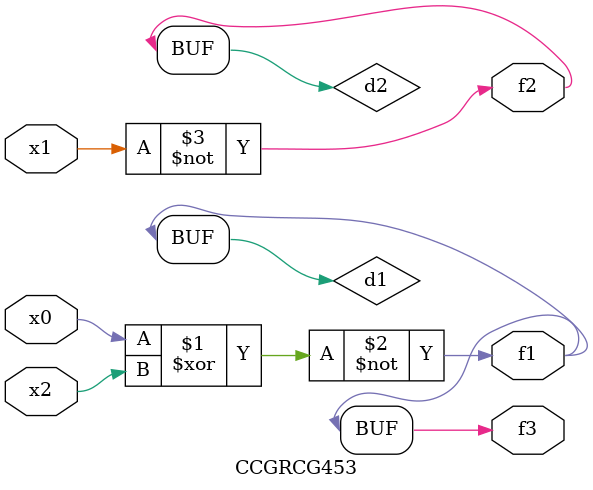
<source format=v>
module CCGRCG453(
	input x0, x1, x2,
	output f1, f2, f3
);

	wire d1, d2, d3;

	xnor (d1, x0, x2);
	nand (d2, x1);
	nor (d3, x1, x2);
	assign f1 = d1;
	assign f2 = d2;
	assign f3 = d1;
endmodule

</source>
